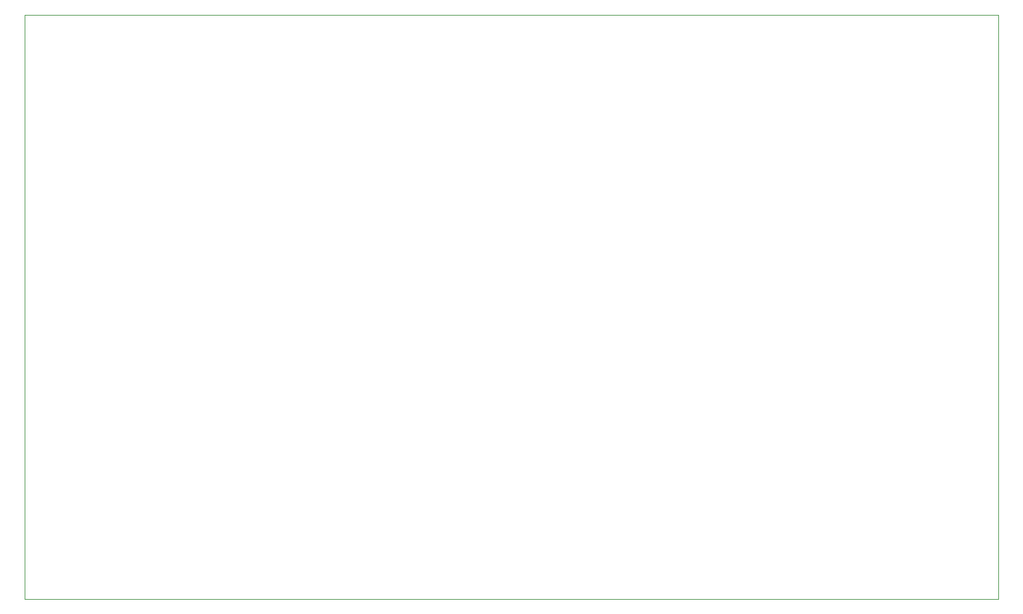
<source format=gm1>
G04 #@! TF.FileFunction,Profile,NP*
%FSLAX46Y46*%
G04 Gerber Fmt 4.6, Leading zero omitted, Abs format (unit mm)*
G04 Created by KiCad (PCBNEW 4.0.1-stable) date 11/13/2016 6:28:19 PM*
%MOMM*%
G01*
G04 APERTURE LIST*
%ADD10C,0.100000*%
G04 APERTURE END LIST*
D10*
X172720000Y-140335000D02*
X172720000Y-64135000D01*
X172720000Y-140335000D02*
X45720000Y-140335000D01*
X45720000Y-64135000D02*
X172720000Y-64135000D01*
X45720000Y-140335000D02*
X45720000Y-64135000D01*
M02*

</source>
